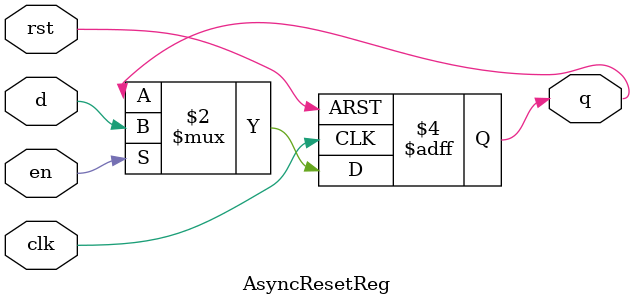
<source format=v>

/** This black-boxes an Async Reset
  * Reg.
  *  
  * Because Chisel doesn't support
  * parameterized black boxes, 
  * we unfortunately have to 
  * instantiate a number of these.
  *  
  * We also have to hard-code the set/reset.
  *  
  *  Do not confuse an asynchronous
  *  reset signal with an asynchronously
  *  reset reg. You should still 
  *  properly synchronize your reset 
  *  deassertion.
  *  
  *  @param d Data input
  *  @param q Data Output
  *  @param clk Clock Input
  *  @param rst Reset Input
  *  @param en Write Enable Input
  *  
  */

`ifdef RANDOMIZE_GARBAGE_ASSIGN
`define RANDOMIZE
`endif
`ifdef RANDOMIZE_INVALID_ASSIGN
`define RANDOMIZE
`endif
`ifdef RANDOMIZE_REG_INIT
`define RANDOMIZE
`endif
`ifdef RANDOMIZE_MEM_INIT
`define RANDOMIZE
`endif

module AsyncResetReg (
                      input      d,
                      output reg q,
                      input      en,

                      input      clk,
                      input      rst);
   
`ifdef RANDOMIZE
   integer                       initvar;
   reg [31:0]                    _RAND;
   initial begin
 `ifndef verilator
      #0.002 begin end
 `endif
 `ifdef RANDOMIZE_REG_INIT
      _RAND = {1{$random}};
      q = _RAND[0];
 `endif
   end
`endif //  `ifdef RANDOMIZE
   
   always @(posedge clk or posedge rst) begin

      if (rst) begin
         q <= 1'b0;
      end else if (en) begin
         q <= d;
      end
   end
   

endmodule // AsyncResetReg


</source>
